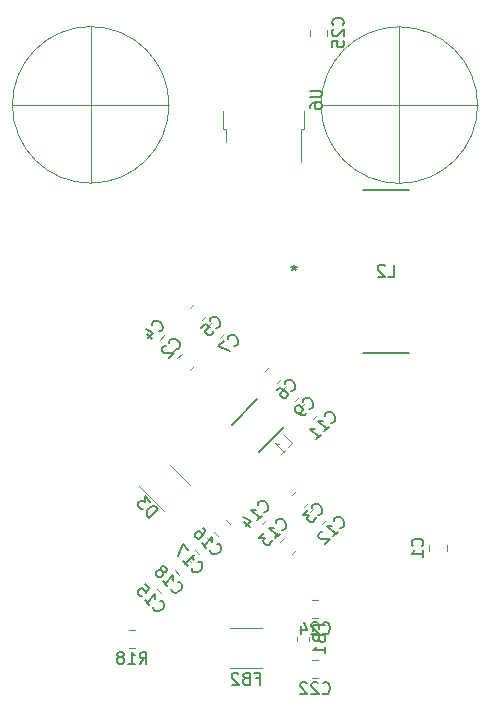
<source format=gbo>
%TF.GenerationSoftware,KiCad,Pcbnew,5.1.9*%
%TF.CreationDate,2021-03-03T17:23:20-06:00*%
%TF.ProjectId,ARC-Boat0,4152432d-426f-4617-9430-2e6b69636164,rev?*%
%TF.SameCoordinates,Original*%
%TF.FileFunction,Legend,Bot*%
%TF.FilePolarity,Positive*%
%FSLAX46Y46*%
G04 Gerber Fmt 4.6, Leading zero omitted, Abs format (unit mm)*
G04 Created by KiCad (PCBNEW 5.1.9) date 2021-03-03 17:23:20*
%MOMM*%
%LPD*%
G01*
G04 APERTURE LIST*
%ADD10C,0.127000*%
%ADD11C,0.120000*%
%ADD12C,0.152400*%
%ADD13C,0.015000*%
%ADD14C,0.150000*%
G04 APERTURE END LIST*
D10*
%TO.C,L1*%
X123886208Y-72697528D02*
X126007528Y-70576208D01*
X121524472Y-70335792D02*
X123645792Y-68214472D01*
D11*
%TO.C,C18*%
X116711543Y-82662990D02*
X117081010Y-83032457D01*
X117750990Y-81623543D02*
X118120457Y-81993010D01*
%TO.C,C17*%
X118423543Y-80950990D02*
X118793010Y-81320457D01*
X119462990Y-79911543D02*
X119832457Y-80281010D01*
%TO.C,C16*%
X120013543Y-79426990D02*
X120383010Y-79796457D01*
X121052990Y-78387543D02*
X121422457Y-78757010D01*
%TO.C,C15*%
X115187543Y-84252990D02*
X115557010Y-84622457D01*
X116226990Y-83213543D02*
X116596457Y-83583010D01*
%TO.C,C14*%
X124447010Y-78387543D02*
X124077543Y-78757010D01*
X125486457Y-79426990D02*
X125116990Y-79796457D01*
%TO.C,C13*%
X125971010Y-79911543D02*
X125601543Y-80281010D01*
X127010457Y-80950990D02*
X126640990Y-81320457D01*
%TO.C,C12*%
X129180990Y-78780457D02*
X129550457Y-78410990D01*
X128141543Y-77741010D02*
X128511010Y-77371543D01*
%TO.C,C11*%
X128418990Y-69890457D02*
X128788457Y-69520990D01*
X127379543Y-68851010D02*
X127749010Y-68481543D01*
%TO.C,C9*%
X126894990Y-68366457D02*
X127264457Y-67996990D01*
X125855543Y-67327010D02*
X126225010Y-66957543D01*
%TO.C,C7*%
X120544990Y-63032457D02*
X120914457Y-62662990D01*
X119505543Y-61993010D02*
X119875010Y-61623543D01*
%TO.C,C6*%
X125370990Y-66842457D02*
X125740457Y-66472990D01*
X124331543Y-65803010D02*
X124701010Y-65433543D01*
%TO.C,C5*%
X119020990Y-61508457D02*
X119390457Y-61138990D01*
X117981543Y-60469010D02*
X118351010Y-60099543D01*
%TO.C,C4*%
X115835010Y-62795543D02*
X115465543Y-63165010D01*
X116874457Y-63834990D02*
X116504990Y-64204457D01*
%TO.C,C3*%
X127654990Y-77344457D02*
X128024457Y-76974990D01*
X126615543Y-76305010D02*
X126985010Y-75935543D01*
%TO.C,REF\u002A\u002A*%
X142359449Y-43290000D02*
G75*
G03*
X142359449Y-43290000I-6629449J0D01*
G01*
X135730000Y-36660552D02*
X135730000Y-49919448D01*
X129100552Y-43290000D02*
X142359448Y-43290000D01*
X102970552Y-43270000D02*
X116229448Y-43270000D01*
X109600000Y-36640552D02*
X109600000Y-49899448D01*
X116229449Y-43270000D02*
G75*
G03*
X116229449Y-43270000I-6629449J0D01*
G01*
%TO.C,U6*%
X127670000Y-43790000D02*
X127670000Y-45290000D01*
X127670000Y-45290000D02*
X127400000Y-45290000D01*
X127400000Y-45290000D02*
X127400000Y-48120000D01*
X120770000Y-43790000D02*
X120770000Y-45290000D01*
X120770000Y-45290000D02*
X121040000Y-45290000D01*
X121040000Y-45290000D02*
X121040000Y-46390000D01*
%TO.C,R18*%
X112870936Y-89225000D02*
X113325064Y-89225000D01*
X112870936Y-87755000D02*
X113325064Y-87755000D01*
D12*
%TO.C,L2*%
X132682040Y-50476600D02*
X136512360Y-50476600D01*
X136512360Y-64243400D02*
X132682040Y-64243400D01*
D11*
%TO.C,FB2*%
X121363748Y-90962000D02*
X124136252Y-90962000D01*
X121363748Y-87542000D02*
X124136252Y-87542000D01*
%TO.C,FB1*%
X128086000Y-88652779D02*
X128086000Y-88327221D01*
X127066000Y-88652779D02*
X127066000Y-88327221D01*
%TO.C,D3*%
X116277487Y-73725456D02*
X117974544Y-75422513D01*
X115782513Y-77614544D02*
X113696548Y-75528579D01*
%TO.C,C1*%
X138271000Y-80508748D02*
X138271000Y-81031252D01*
X139741000Y-80508748D02*
X139741000Y-81031252D01*
%TO.C,C2*%
X117305010Y-64325543D02*
X116935543Y-64695010D01*
X118344457Y-65364990D02*
X117974990Y-65734457D01*
%TO.C,C25*%
X129635000Y-37411252D02*
X129635000Y-36888748D01*
X128165000Y-37411252D02*
X128165000Y-36888748D01*
%TO.C,C24*%
X128330748Y-86685000D02*
X128853252Y-86685000D01*
X128330748Y-85215000D02*
X128853252Y-85215000D01*
%TO.C,C22*%
X128330748Y-91765000D02*
X128853252Y-91765000D01*
X128330748Y-90295000D02*
X128853252Y-90295000D01*
%TD*%
%TO.C,L1*%
D13*
X126346266Y-72241949D02*
X126682984Y-71905231D01*
X125975877Y-71198125D01*
X125740175Y-72848041D02*
X126144236Y-72443980D01*
X125942205Y-72646010D02*
X125235098Y-71938903D01*
X125403457Y-71972575D01*
X125538144Y-71972575D01*
X125639159Y-71938903D01*
%TO.C,C18*%
D14*
X116430091Y-84223045D02*
X116430091Y-84290389D01*
X116497435Y-84425076D01*
X116564778Y-84492419D01*
X116699465Y-84559763D01*
X116834152Y-84559763D01*
X116935167Y-84526091D01*
X117103526Y-84425076D01*
X117204541Y-84324061D01*
X117305557Y-84155702D01*
X117339228Y-84054687D01*
X117339228Y-83920000D01*
X117271885Y-83785313D01*
X117204541Y-83717969D01*
X117069854Y-83650626D01*
X117002511Y-83650626D01*
X115689312Y-83616954D02*
X116093373Y-84021015D01*
X115891343Y-83818984D02*
X116598450Y-83111877D01*
X116564778Y-83280236D01*
X116564778Y-83414923D01*
X116598450Y-83515939D01*
X115689312Y-82808832D02*
X115790328Y-82842503D01*
X115857671Y-82842503D01*
X115958686Y-82808832D01*
X115992358Y-82775160D01*
X116026030Y-82674145D01*
X116026030Y-82606801D01*
X115992358Y-82505786D01*
X115857671Y-82371099D01*
X115756656Y-82337427D01*
X115689312Y-82337427D01*
X115588297Y-82371099D01*
X115554625Y-82404771D01*
X115520954Y-82505786D01*
X115520954Y-82573129D01*
X115554625Y-82674145D01*
X115689312Y-82808832D01*
X115722984Y-82909847D01*
X115722984Y-82977190D01*
X115689312Y-83078206D01*
X115554625Y-83212893D01*
X115453610Y-83246564D01*
X115386267Y-83246564D01*
X115285251Y-83212893D01*
X115150564Y-83078206D01*
X115116893Y-82977190D01*
X115116893Y-82909847D01*
X115150564Y-82808832D01*
X115285251Y-82674145D01*
X115386267Y-82640473D01*
X115453610Y-82640473D01*
X115554625Y-82674145D01*
%TO.C,C17*%
X118142091Y-82511045D02*
X118142091Y-82578389D01*
X118209435Y-82713076D01*
X118276778Y-82780419D01*
X118411465Y-82847763D01*
X118546152Y-82847763D01*
X118647167Y-82814091D01*
X118815526Y-82713076D01*
X118916541Y-82612061D01*
X119017557Y-82443702D01*
X119051228Y-82342687D01*
X119051228Y-82208000D01*
X118983885Y-82073313D01*
X118916541Y-82005969D01*
X118781854Y-81938626D01*
X118714511Y-81938626D01*
X117401312Y-81904954D02*
X117805373Y-82309015D01*
X117603343Y-82106984D02*
X118310450Y-81399877D01*
X118276778Y-81568236D01*
X118276778Y-81702923D01*
X118310450Y-81803939D01*
X117872717Y-80962145D02*
X117401312Y-80490740D01*
X116997251Y-81500893D01*
%TO.C,C16*%
X119732091Y-80987045D02*
X119732091Y-81054389D01*
X119799435Y-81189076D01*
X119866778Y-81256419D01*
X120001465Y-81323763D01*
X120136152Y-81323763D01*
X120237167Y-81290091D01*
X120405526Y-81189076D01*
X120506541Y-81088061D01*
X120607557Y-80919702D01*
X120641228Y-80818687D01*
X120641228Y-80684000D01*
X120573885Y-80549313D01*
X120506541Y-80481969D01*
X120371854Y-80414626D01*
X120304511Y-80414626D01*
X118991312Y-80380954D02*
X119395373Y-80785015D01*
X119193343Y-80582984D02*
X119900450Y-79875877D01*
X119866778Y-80044236D01*
X119866778Y-80178923D01*
X119900450Y-80279939D01*
X119092328Y-79067755D02*
X119227015Y-79202442D01*
X119260686Y-79303458D01*
X119260686Y-79370801D01*
X119227015Y-79539160D01*
X119125999Y-79707519D01*
X118856625Y-79976893D01*
X118755610Y-80010564D01*
X118688267Y-80010564D01*
X118587251Y-79976893D01*
X118452564Y-79842206D01*
X118418893Y-79741190D01*
X118418893Y-79673847D01*
X118452564Y-79572832D01*
X118620923Y-79404473D01*
X118721938Y-79370801D01*
X118789282Y-79370801D01*
X118890297Y-79404473D01*
X119024984Y-79539160D01*
X119058656Y-79640175D01*
X119058656Y-79707519D01*
X119024984Y-79808534D01*
%TO.C,C15*%
X114906091Y-85813045D02*
X114906091Y-85880389D01*
X114973435Y-86015076D01*
X115040778Y-86082419D01*
X115175465Y-86149763D01*
X115310152Y-86149763D01*
X115411167Y-86116091D01*
X115579526Y-86015076D01*
X115680541Y-85914061D01*
X115781557Y-85745702D01*
X115815228Y-85644687D01*
X115815228Y-85510000D01*
X115747885Y-85375313D01*
X115680541Y-85307969D01*
X115545854Y-85240626D01*
X115478511Y-85240626D01*
X114165312Y-85206954D02*
X114569373Y-85611015D01*
X114367343Y-85408984D02*
X115074450Y-84701877D01*
X115040778Y-84870236D01*
X115040778Y-85004923D01*
X115074450Y-85105939D01*
X114232656Y-83860084D02*
X114569373Y-84196801D01*
X114266328Y-84567190D01*
X114266328Y-84499847D01*
X114232656Y-84398832D01*
X114064297Y-84230473D01*
X113963282Y-84196801D01*
X113895938Y-84196801D01*
X113794923Y-84230473D01*
X113626564Y-84398832D01*
X113592893Y-84499847D01*
X113592893Y-84567190D01*
X113626564Y-84668206D01*
X113794923Y-84836564D01*
X113895938Y-84870236D01*
X113963282Y-84870236D01*
%TO.C,C14*%
X124301167Y-77702030D02*
X124368511Y-77702030D01*
X124503198Y-77634686D01*
X124570541Y-77567343D01*
X124637885Y-77432656D01*
X124637885Y-77297969D01*
X124604213Y-77196954D01*
X124503198Y-77028595D01*
X124402183Y-76927580D01*
X124233824Y-76826564D01*
X124132809Y-76792893D01*
X123998122Y-76792893D01*
X123863435Y-76860236D01*
X123796091Y-76927580D01*
X123728748Y-77062267D01*
X123728748Y-77129610D01*
X123695076Y-78442809D02*
X124099137Y-78038748D01*
X123897106Y-78240778D02*
X123189999Y-77533671D01*
X123358358Y-77567343D01*
X123493045Y-77567343D01*
X123594061Y-77533671D01*
X122617580Y-78577496D02*
X123088984Y-79048900D01*
X122516564Y-78139763D02*
X123189999Y-78476480D01*
X122752267Y-78914213D01*
%TO.C,C13*%
X125825167Y-79226030D02*
X125892511Y-79226030D01*
X126027198Y-79158686D01*
X126094541Y-79091343D01*
X126161885Y-78956656D01*
X126161885Y-78821969D01*
X126128213Y-78720954D01*
X126027198Y-78552595D01*
X125926183Y-78451580D01*
X125757824Y-78350564D01*
X125656809Y-78316893D01*
X125522122Y-78316893D01*
X125387435Y-78384236D01*
X125320091Y-78451580D01*
X125252748Y-78586267D01*
X125252748Y-78653610D01*
X125219076Y-79966809D02*
X125623137Y-79562748D01*
X125421106Y-79764778D02*
X124713999Y-79057671D01*
X124882358Y-79091343D01*
X125017045Y-79091343D01*
X125118061Y-79057671D01*
X124276267Y-79495404D02*
X123838534Y-79933137D01*
X124343610Y-79966809D01*
X124242595Y-80067824D01*
X124208923Y-80168839D01*
X124208923Y-80236183D01*
X124242595Y-80337198D01*
X124410954Y-80505557D01*
X124511969Y-80539228D01*
X124579312Y-80539228D01*
X124680328Y-80505557D01*
X124882358Y-80303526D01*
X124916030Y-80202511D01*
X124916030Y-80135167D01*
%TO.C,C12*%
X130741045Y-79061908D02*
X130808389Y-79061908D01*
X130943076Y-78994564D01*
X131010419Y-78927221D01*
X131077763Y-78792534D01*
X131077763Y-78657847D01*
X131044091Y-78556832D01*
X130943076Y-78388473D01*
X130842061Y-78287458D01*
X130673702Y-78186442D01*
X130572687Y-78152771D01*
X130438000Y-78152771D01*
X130303313Y-78220114D01*
X130235969Y-78287458D01*
X130168626Y-78422145D01*
X130168626Y-78489488D01*
X130134954Y-79802687D02*
X130539015Y-79398626D01*
X130336984Y-79600656D02*
X129629877Y-78893549D01*
X129798236Y-78927221D01*
X129932923Y-78927221D01*
X130033939Y-78893549D01*
X129225816Y-79432297D02*
X129158473Y-79432297D01*
X129057458Y-79465969D01*
X128889099Y-79634328D01*
X128855427Y-79735343D01*
X128855427Y-79802687D01*
X128889099Y-79903702D01*
X128956442Y-79971045D01*
X129091129Y-80038389D01*
X129899251Y-80038389D01*
X129461519Y-80476122D01*
%TO.C,C11*%
X129979045Y-70171908D02*
X130046389Y-70171908D01*
X130181076Y-70104564D01*
X130248419Y-70037221D01*
X130315763Y-69902534D01*
X130315763Y-69767847D01*
X130282091Y-69666832D01*
X130181076Y-69498473D01*
X130080061Y-69397458D01*
X129911702Y-69296442D01*
X129810687Y-69262771D01*
X129676000Y-69262771D01*
X129541313Y-69330114D01*
X129473969Y-69397458D01*
X129406626Y-69532145D01*
X129406626Y-69599488D01*
X129372954Y-70912687D02*
X129777015Y-70508626D01*
X129574984Y-70710656D02*
X128867877Y-70003549D01*
X129036236Y-70037221D01*
X129170923Y-70037221D01*
X129271939Y-70003549D01*
X128699519Y-71586122D02*
X129103580Y-71182061D01*
X128901549Y-71384091D02*
X128194442Y-70676984D01*
X128362801Y-70710656D01*
X128497488Y-70710656D01*
X128598503Y-70676984D01*
%TO.C,C9*%
X128118328Y-68984626D02*
X128185671Y-68984626D01*
X128320358Y-68917282D01*
X128387702Y-68849939D01*
X128455045Y-68715251D01*
X128455045Y-68580564D01*
X128421374Y-68479549D01*
X128320358Y-68311190D01*
X128219343Y-68210175D01*
X128050984Y-68109160D01*
X127949969Y-68075488D01*
X127815282Y-68075488D01*
X127680595Y-68142832D01*
X127613251Y-68210175D01*
X127545908Y-68344862D01*
X127545908Y-68412206D01*
X127848954Y-69388687D02*
X127714267Y-69523374D01*
X127613251Y-69557045D01*
X127545908Y-69557045D01*
X127377549Y-69523374D01*
X127209190Y-69422358D01*
X126939816Y-69152984D01*
X126906145Y-69051969D01*
X126906145Y-68984626D01*
X126939816Y-68883610D01*
X127074503Y-68748923D01*
X127175519Y-68715251D01*
X127242862Y-68715251D01*
X127343877Y-68748923D01*
X127512236Y-68917282D01*
X127545908Y-69018297D01*
X127545908Y-69085641D01*
X127512236Y-69186656D01*
X127377549Y-69321343D01*
X127276534Y-69355015D01*
X127209190Y-69355015D01*
X127108175Y-69321343D01*
%TO.C,C7*%
X121768328Y-63650626D02*
X121835671Y-63650626D01*
X121970358Y-63583282D01*
X122037702Y-63515939D01*
X122105045Y-63381251D01*
X122105045Y-63246564D01*
X122071374Y-63145549D01*
X121970358Y-62977190D01*
X121869343Y-62876175D01*
X121700984Y-62775160D01*
X121599969Y-62741488D01*
X121465282Y-62741488D01*
X121330595Y-62808832D01*
X121263251Y-62876175D01*
X121195908Y-63010862D01*
X121195908Y-63078206D01*
X120892862Y-63246564D02*
X120421458Y-63717969D01*
X121431610Y-64122030D01*
%TO.C,C6*%
X126594328Y-67460626D02*
X126661671Y-67460626D01*
X126796358Y-67393282D01*
X126863702Y-67325939D01*
X126931045Y-67191251D01*
X126931045Y-67056564D01*
X126897374Y-66955549D01*
X126796358Y-66787190D01*
X126695343Y-66686175D01*
X126526984Y-66585160D01*
X126425969Y-66551488D01*
X126291282Y-66551488D01*
X126156595Y-66618832D01*
X126089251Y-66686175D01*
X126021908Y-66820862D01*
X126021908Y-66888206D01*
X125348473Y-67426954D02*
X125483160Y-67292267D01*
X125584175Y-67258595D01*
X125651519Y-67258595D01*
X125819877Y-67292267D01*
X125988236Y-67393282D01*
X126257610Y-67662656D01*
X126291282Y-67763671D01*
X126291282Y-67831015D01*
X126257610Y-67932030D01*
X126122923Y-68066717D01*
X126021908Y-68100389D01*
X125954564Y-68100389D01*
X125853549Y-68066717D01*
X125685190Y-67898358D01*
X125651519Y-67797343D01*
X125651519Y-67730000D01*
X125685190Y-67628984D01*
X125819877Y-67494297D01*
X125920893Y-67460626D01*
X125988236Y-67460626D01*
X126089251Y-67494297D01*
%TO.C,C5*%
X120244328Y-62126626D02*
X120311671Y-62126626D01*
X120446358Y-62059282D01*
X120513702Y-61991939D01*
X120581045Y-61857251D01*
X120581045Y-61722564D01*
X120547374Y-61621549D01*
X120446358Y-61453190D01*
X120345343Y-61352175D01*
X120176984Y-61251160D01*
X120075969Y-61217488D01*
X119941282Y-61217488D01*
X119806595Y-61284832D01*
X119739251Y-61352175D01*
X119671908Y-61486862D01*
X119671908Y-61554206D01*
X118964801Y-62126626D02*
X119301519Y-61789908D01*
X119671908Y-62092954D01*
X119604564Y-62092954D01*
X119503549Y-62126626D01*
X119335190Y-62294984D01*
X119301519Y-62396000D01*
X119301519Y-62463343D01*
X119335190Y-62564358D01*
X119503549Y-62732717D01*
X119604564Y-62766389D01*
X119671908Y-62766389D01*
X119772923Y-62732717D01*
X119941282Y-62564358D01*
X119974954Y-62463343D01*
X119974954Y-62396000D01*
%TO.C,C4*%
X115352450Y-62446748D02*
X115419793Y-62446748D01*
X115554480Y-62379404D01*
X115621824Y-62312061D01*
X115689167Y-62177373D01*
X115689167Y-62042686D01*
X115655496Y-61941671D01*
X115554480Y-61773312D01*
X115453465Y-61672297D01*
X115285106Y-61571282D01*
X115184091Y-61537610D01*
X115049404Y-61537610D01*
X114914717Y-61604954D01*
X114847373Y-61672297D01*
X114780030Y-61806984D01*
X114780030Y-61874328D01*
X114342297Y-62648778D02*
X114813702Y-63120183D01*
X114241282Y-62211045D02*
X114914717Y-62547763D01*
X114476984Y-62985496D01*
%TO.C,C3*%
X128878328Y-77962626D02*
X128945671Y-77962626D01*
X129080358Y-77895282D01*
X129147702Y-77827939D01*
X129215045Y-77693251D01*
X129215045Y-77558564D01*
X129181374Y-77457549D01*
X129080358Y-77289190D01*
X128979343Y-77188175D01*
X128810984Y-77087160D01*
X128709969Y-77053488D01*
X128575282Y-77053488D01*
X128440595Y-77120832D01*
X128373251Y-77188175D01*
X128305908Y-77322862D01*
X128305908Y-77390206D01*
X128002862Y-77558564D02*
X127565129Y-77996297D01*
X128070206Y-78029969D01*
X127969190Y-78130984D01*
X127935519Y-78232000D01*
X127935519Y-78299343D01*
X127969190Y-78400358D01*
X128137549Y-78568717D01*
X128238564Y-78602389D01*
X128305908Y-78602389D01*
X128406923Y-78568717D01*
X128608954Y-78366687D01*
X128642626Y-78265671D01*
X128642626Y-78198328D01*
%TO.C,U6*%
X128172380Y-42058095D02*
X128981904Y-42058095D01*
X129077142Y-42105714D01*
X129124761Y-42153333D01*
X129172380Y-42248571D01*
X129172380Y-42439047D01*
X129124761Y-42534285D01*
X129077142Y-42581904D01*
X128981904Y-42629523D01*
X128172380Y-42629523D01*
X128172380Y-43534285D02*
X128172380Y-43343809D01*
X128220000Y-43248571D01*
X128267619Y-43200952D01*
X128410476Y-43105714D01*
X128600952Y-43058095D01*
X128981904Y-43058095D01*
X129077142Y-43105714D01*
X129124761Y-43153333D01*
X129172380Y-43248571D01*
X129172380Y-43439047D01*
X129124761Y-43534285D01*
X129077142Y-43581904D01*
X128981904Y-43629523D01*
X128743809Y-43629523D01*
X128648571Y-43581904D01*
X128600952Y-43534285D01*
X128553333Y-43439047D01*
X128553333Y-43248571D01*
X128600952Y-43153333D01*
X128648571Y-43105714D01*
X128743809Y-43058095D01*
%TO.C,R18*%
X113740857Y-90592380D02*
X114074190Y-90116190D01*
X114312285Y-90592380D02*
X114312285Y-89592380D01*
X113931333Y-89592380D01*
X113836095Y-89640000D01*
X113788476Y-89687619D01*
X113740857Y-89782857D01*
X113740857Y-89925714D01*
X113788476Y-90020952D01*
X113836095Y-90068571D01*
X113931333Y-90116190D01*
X114312285Y-90116190D01*
X112788476Y-90592380D02*
X113359904Y-90592380D01*
X113074190Y-90592380D02*
X113074190Y-89592380D01*
X113169428Y-89735238D01*
X113264666Y-89830476D01*
X113359904Y-89878095D01*
X112217047Y-90020952D02*
X112312285Y-89973333D01*
X112359904Y-89925714D01*
X112407523Y-89830476D01*
X112407523Y-89782857D01*
X112359904Y-89687619D01*
X112312285Y-89640000D01*
X112217047Y-89592380D01*
X112026571Y-89592380D01*
X111931333Y-89640000D01*
X111883714Y-89687619D01*
X111836095Y-89782857D01*
X111836095Y-89830476D01*
X111883714Y-89925714D01*
X111931333Y-89973333D01*
X112026571Y-90020952D01*
X112217047Y-90020952D01*
X112312285Y-90068571D01*
X112359904Y-90116190D01*
X112407523Y-90211428D01*
X112407523Y-90401904D01*
X112359904Y-90497142D01*
X112312285Y-90544761D01*
X112217047Y-90592380D01*
X112026571Y-90592380D01*
X111931333Y-90544761D01*
X111883714Y-90497142D01*
X111836095Y-90401904D01*
X111836095Y-90211428D01*
X111883714Y-90116190D01*
X111931333Y-90068571D01*
X112026571Y-90020952D01*
%TO.C,L2*%
X134763866Y-57812380D02*
X135240057Y-57812380D01*
X135240057Y-56812380D01*
X134478152Y-56907619D02*
X134430533Y-56860000D01*
X134335295Y-56812380D01*
X134097200Y-56812380D01*
X134001961Y-56860000D01*
X133954342Y-56907619D01*
X133906723Y-57002857D01*
X133906723Y-57098095D01*
X133954342Y-57240952D01*
X134525771Y-57812380D01*
X133906723Y-57812380D01*
X126824800Y-56812380D02*
X126824800Y-57050476D01*
X127062895Y-56955238D02*
X126824800Y-57050476D01*
X126586704Y-56955238D01*
X126967657Y-57240952D02*
X126824800Y-57050476D01*
X126681942Y-57240952D01*
X126824800Y-56812380D02*
X126824800Y-57050476D01*
X127062895Y-56955238D02*
X126824800Y-57050476D01*
X126586704Y-56955238D01*
X126967657Y-57240952D02*
X126824800Y-57050476D01*
X126681942Y-57240952D01*
%TO.C,FB2*%
X123583333Y-91830571D02*
X123916666Y-91830571D01*
X123916666Y-92354380D02*
X123916666Y-91354380D01*
X123440476Y-91354380D01*
X122726190Y-91830571D02*
X122583333Y-91878190D01*
X122535714Y-91925809D01*
X122488095Y-92021047D01*
X122488095Y-92163904D01*
X122535714Y-92259142D01*
X122583333Y-92306761D01*
X122678571Y-92354380D01*
X123059523Y-92354380D01*
X123059523Y-91354380D01*
X122726190Y-91354380D01*
X122630952Y-91402000D01*
X122583333Y-91449619D01*
X122535714Y-91544857D01*
X122535714Y-91640095D01*
X122583333Y-91735333D01*
X122630952Y-91782952D01*
X122726190Y-91830571D01*
X123059523Y-91830571D01*
X122107142Y-91449619D02*
X122059523Y-91402000D01*
X121964285Y-91354380D01*
X121726190Y-91354380D01*
X121630952Y-91402000D01*
X121583333Y-91449619D01*
X121535714Y-91544857D01*
X121535714Y-91640095D01*
X121583333Y-91782952D01*
X122154761Y-92354380D01*
X121535714Y-92354380D01*
%TO.C,FB1*%
X128934571Y-87656666D02*
X128934571Y-87323333D01*
X129458380Y-87323333D02*
X128458380Y-87323333D01*
X128458380Y-87799523D01*
X128934571Y-88513809D02*
X128982190Y-88656666D01*
X129029809Y-88704285D01*
X129125047Y-88751904D01*
X129267904Y-88751904D01*
X129363142Y-88704285D01*
X129410761Y-88656666D01*
X129458380Y-88561428D01*
X129458380Y-88180476D01*
X128458380Y-88180476D01*
X128458380Y-88513809D01*
X128506000Y-88609047D01*
X128553619Y-88656666D01*
X128648857Y-88704285D01*
X128744095Y-88704285D01*
X128839333Y-88656666D01*
X128886952Y-88609047D01*
X128934571Y-88513809D01*
X128934571Y-88180476D01*
X129458380Y-89704285D02*
X129458380Y-89132857D01*
X129458380Y-89418571D02*
X128458380Y-89418571D01*
X128601238Y-89323333D01*
X128696476Y-89228095D01*
X128744095Y-89132857D01*
%TO.C,D3*%
X114563258Y-78208849D02*
X115270365Y-77501743D01*
X115102006Y-77333384D01*
X114967319Y-77266040D01*
X114832632Y-77266040D01*
X114731617Y-77299712D01*
X114563258Y-77400727D01*
X114462243Y-77501743D01*
X114361228Y-77670101D01*
X114327556Y-77771117D01*
X114327556Y-77905804D01*
X114394899Y-78040491D01*
X114563258Y-78208849D01*
X114630602Y-76861979D02*
X114192869Y-76424246D01*
X114159197Y-76929323D01*
X114058182Y-76828307D01*
X113957166Y-76794636D01*
X113889823Y-76794636D01*
X113788808Y-76828307D01*
X113620449Y-76996666D01*
X113586777Y-77097681D01*
X113586777Y-77165025D01*
X113620449Y-77266040D01*
X113822479Y-77468071D01*
X113923495Y-77501743D01*
X113990838Y-77501743D01*
%TO.C,C1*%
X137683142Y-80603333D02*
X137730761Y-80555714D01*
X137778380Y-80412857D01*
X137778380Y-80317619D01*
X137730761Y-80174761D01*
X137635523Y-80079523D01*
X137540285Y-80031904D01*
X137349809Y-79984285D01*
X137206952Y-79984285D01*
X137016476Y-80031904D01*
X136921238Y-80079523D01*
X136826000Y-80174761D01*
X136778380Y-80317619D01*
X136778380Y-80412857D01*
X136826000Y-80555714D01*
X136873619Y-80603333D01*
X137778380Y-81555714D02*
X137778380Y-80984285D01*
X137778380Y-81270000D02*
X136778380Y-81270000D01*
X136921238Y-81174761D01*
X137016476Y-81079523D01*
X137064095Y-80984285D01*
%TO.C,C2*%
X116822450Y-63976748D02*
X116889793Y-63976748D01*
X117024480Y-63909404D01*
X117091824Y-63842061D01*
X117159167Y-63707373D01*
X117159167Y-63572686D01*
X117125496Y-63471671D01*
X117024480Y-63303312D01*
X116923465Y-63202297D01*
X116755106Y-63101282D01*
X116654091Y-63067610D01*
X116519404Y-63067610D01*
X116384717Y-63134954D01*
X116317373Y-63202297D01*
X116250030Y-63336984D01*
X116250030Y-63404328D01*
X115980656Y-63673702D02*
X115913312Y-63673702D01*
X115812297Y-63707373D01*
X115643938Y-63875732D01*
X115610267Y-63976748D01*
X115610267Y-64044091D01*
X115643938Y-64145106D01*
X115711282Y-64212450D01*
X115845969Y-64279793D01*
X116654091Y-64279793D01*
X116216358Y-64717526D01*
%TO.C,C25*%
X130937142Y-36507142D02*
X130984761Y-36459523D01*
X131032380Y-36316666D01*
X131032380Y-36221428D01*
X130984761Y-36078571D01*
X130889523Y-35983333D01*
X130794285Y-35935714D01*
X130603809Y-35888095D01*
X130460952Y-35888095D01*
X130270476Y-35935714D01*
X130175238Y-35983333D01*
X130080000Y-36078571D01*
X130032380Y-36221428D01*
X130032380Y-36316666D01*
X130080000Y-36459523D01*
X130127619Y-36507142D01*
X130127619Y-36888095D02*
X130080000Y-36935714D01*
X130032380Y-37030952D01*
X130032380Y-37269047D01*
X130080000Y-37364285D01*
X130127619Y-37411904D01*
X130222857Y-37459523D01*
X130318095Y-37459523D01*
X130460952Y-37411904D01*
X131032380Y-36840476D01*
X131032380Y-37459523D01*
X130032380Y-38364285D02*
X130032380Y-37888095D01*
X130508571Y-37840476D01*
X130460952Y-37888095D01*
X130413333Y-37983333D01*
X130413333Y-38221428D01*
X130460952Y-38316666D01*
X130508571Y-38364285D01*
X130603809Y-38411904D01*
X130841904Y-38411904D01*
X130937142Y-38364285D01*
X130984761Y-38316666D01*
X131032380Y-38221428D01*
X131032380Y-37983333D01*
X130984761Y-37888095D01*
X130937142Y-37840476D01*
%TO.C,C24*%
X129234857Y-87987142D02*
X129282476Y-88034761D01*
X129425333Y-88082380D01*
X129520571Y-88082380D01*
X129663428Y-88034761D01*
X129758666Y-87939523D01*
X129806285Y-87844285D01*
X129853904Y-87653809D01*
X129853904Y-87510952D01*
X129806285Y-87320476D01*
X129758666Y-87225238D01*
X129663428Y-87130000D01*
X129520571Y-87082380D01*
X129425333Y-87082380D01*
X129282476Y-87130000D01*
X129234857Y-87177619D01*
X128853904Y-87177619D02*
X128806285Y-87130000D01*
X128711047Y-87082380D01*
X128472952Y-87082380D01*
X128377714Y-87130000D01*
X128330095Y-87177619D01*
X128282476Y-87272857D01*
X128282476Y-87368095D01*
X128330095Y-87510952D01*
X128901523Y-88082380D01*
X128282476Y-88082380D01*
X127425333Y-87415714D02*
X127425333Y-88082380D01*
X127663428Y-87034761D02*
X127901523Y-87749047D01*
X127282476Y-87749047D01*
%TO.C,C22*%
X129234857Y-93067142D02*
X129282476Y-93114761D01*
X129425333Y-93162380D01*
X129520571Y-93162380D01*
X129663428Y-93114761D01*
X129758666Y-93019523D01*
X129806285Y-92924285D01*
X129853904Y-92733809D01*
X129853904Y-92590952D01*
X129806285Y-92400476D01*
X129758666Y-92305238D01*
X129663428Y-92210000D01*
X129520571Y-92162380D01*
X129425333Y-92162380D01*
X129282476Y-92210000D01*
X129234857Y-92257619D01*
X128853904Y-92257619D02*
X128806285Y-92210000D01*
X128711047Y-92162380D01*
X128472952Y-92162380D01*
X128377714Y-92210000D01*
X128330095Y-92257619D01*
X128282476Y-92352857D01*
X128282476Y-92448095D01*
X128330095Y-92590952D01*
X128901523Y-93162380D01*
X128282476Y-93162380D01*
X127901523Y-92257619D02*
X127853904Y-92210000D01*
X127758666Y-92162380D01*
X127520571Y-92162380D01*
X127425333Y-92210000D01*
X127377714Y-92257619D01*
X127330095Y-92352857D01*
X127330095Y-92448095D01*
X127377714Y-92590952D01*
X127949142Y-93162380D01*
X127330095Y-93162380D01*
%TD*%
M02*

</source>
